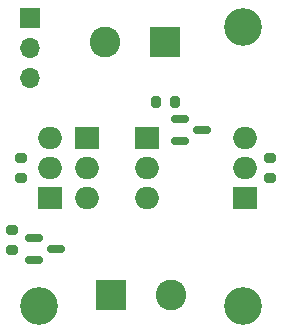
<source format=gbr>
%TF.GenerationSoftware,KiCad,Pcbnew,7.0.9*%
%TF.CreationDate,2023-12-30T10:40:08-05:00*%
%TF.ProjectId,DIY HBridge,44495920-4842-4726-9964-67652e6b6963,rev?*%
%TF.SameCoordinates,Original*%
%TF.FileFunction,Soldermask,Top*%
%TF.FilePolarity,Negative*%
%FSLAX46Y46*%
G04 Gerber Fmt 4.6, Leading zero omitted, Abs format (unit mm)*
G04 Created by KiCad (PCBNEW 7.0.9) date 2023-12-30 10:40:08*
%MOMM*%
%LPD*%
G01*
G04 APERTURE LIST*
G04 Aperture macros list*
%AMRoundRect*
0 Rectangle with rounded corners*
0 $1 Rounding radius*
0 $2 $3 $4 $5 $6 $7 $8 $9 X,Y pos of 4 corners*
0 Add a 4 corners polygon primitive as box body*
4,1,4,$2,$3,$4,$5,$6,$7,$8,$9,$2,$3,0*
0 Add four circle primitives for the rounded corners*
1,1,$1+$1,$2,$3*
1,1,$1+$1,$4,$5*
1,1,$1+$1,$6,$7*
1,1,$1+$1,$8,$9*
0 Add four rect primitives between the rounded corners*
20,1,$1+$1,$2,$3,$4,$5,0*
20,1,$1+$1,$4,$5,$6,$7,0*
20,1,$1+$1,$6,$7,$8,$9,0*
20,1,$1+$1,$8,$9,$2,$3,0*%
G04 Aperture macros list end*
%ADD10R,2.000000X1.905000*%
%ADD11O,2.000000X1.905000*%
%ADD12RoundRect,0.150000X-0.587500X-0.150000X0.587500X-0.150000X0.587500X0.150000X-0.587500X0.150000X0*%
%ADD13RoundRect,0.200000X-0.275000X0.200000X-0.275000X-0.200000X0.275000X-0.200000X0.275000X0.200000X0*%
%ADD14R,1.700000X1.700000*%
%ADD15O,1.700000X1.700000*%
%ADD16C,3.200000*%
%ADD17R,2.600000X2.600000*%
%ADD18C,2.600000*%
%ADD19RoundRect,0.200000X0.200000X0.275000X-0.200000X0.275000X-0.200000X-0.275000X0.200000X-0.275000X0*%
G04 APERTURE END LIST*
D10*
%TO.C,Q1*%
X72390000Y-55880000D03*
D11*
X72390000Y-58420000D03*
X72390000Y-60960000D03*
%TD*%
D12*
%TO.C,Q5*%
X67896500Y-64328000D03*
X67896500Y-66228000D03*
X69771500Y-65278000D03*
%TD*%
D10*
%TO.C,Q3*%
X69215000Y-60960000D03*
D11*
X69215000Y-58420000D03*
X69215000Y-55880000D03*
%TD*%
D13*
%TO.C,R2*%
X87884000Y-57595000D03*
X87884000Y-59245000D03*
%TD*%
D14*
%TO.C,J4*%
X67564000Y-45720000D03*
D15*
X67564000Y-48260000D03*
X67564000Y-50800000D03*
%TD*%
D13*
%TO.C,R1*%
X66802000Y-57595000D03*
X66802000Y-59245000D03*
%TD*%
D10*
%TO.C,Q2*%
X77470000Y-55880000D03*
D11*
X77470000Y-58420000D03*
X77470000Y-60960000D03*
%TD*%
D16*
%TO.C,REF\u002A\u002A*%
X85598000Y-46482000D03*
%TD*%
%TO.C,REF\u002A\u002A*%
X68326000Y-70104000D03*
%TD*%
D13*
%TO.C,R4*%
X66040000Y-63691000D03*
X66040000Y-65341000D03*
%TD*%
D10*
%TO.C,Q4*%
X85725000Y-60960000D03*
D11*
X85725000Y-58420000D03*
X85725000Y-55880000D03*
%TD*%
D17*
%TO.C,J1*%
X78999000Y-47701000D03*
D18*
X73919000Y-47701000D03*
%TD*%
D19*
%TO.C,R3*%
X79819000Y-52832000D03*
X78169000Y-52832000D03*
%TD*%
D12*
%TO.C,Q6*%
X80264000Y-54234000D03*
X80264000Y-56134000D03*
X82139000Y-55184000D03*
%TD*%
D17*
%TO.C,J2*%
X74417000Y-69139000D03*
D18*
X79497000Y-69139000D03*
%TD*%
D16*
%TO.C,REF\u002A\u002A*%
X85598000Y-70104000D03*
%TD*%
M02*

</source>
